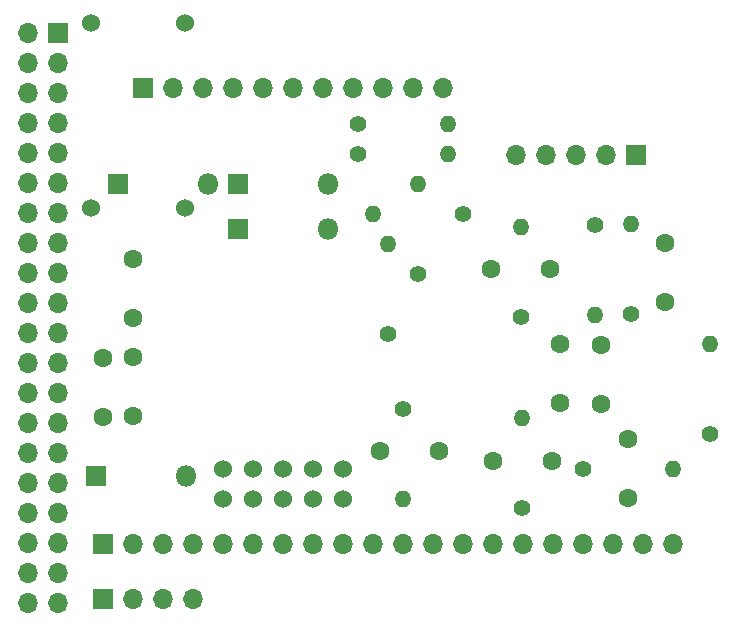
<source format=gbr>
%TF.GenerationSoftware,KiCad,Pcbnew,5.1.5+dfsg1-2build2*%
%TF.CreationDate,2021-11-19T00:53:45-06:00*%
%TF.ProjectId,Audio_Dac_I2S,41756469-6f5f-4446-9163-5f4932532e6b,rev?*%
%TF.SameCoordinates,Original*%
%TF.FileFunction,Soldermask,Bot*%
%TF.FilePolarity,Negative*%
%FSLAX46Y46*%
G04 Gerber Fmt 4.6, Leading zero omitted, Abs format (unit mm)*
G04 Created by KiCad (PCBNEW 5.1.5+dfsg1-2build2) date 2021-11-19 00:53:45*
%MOMM*%
%LPD*%
G04 APERTURE LIST*
%ADD10O,1.700000X1.700000*%
%ADD11R,1.700000X1.700000*%
%ADD12O,1.400000X1.400000*%
%ADD13C,1.400000*%
%ADD14C,1.524000*%
%ADD15O,1.800000X1.800000*%
%ADD16R,1.800000X1.800000*%
%ADD17C,1.600000*%
G04 APERTURE END LIST*
D10*
%TO.C,PI_OUT1*%
X195554600Y-92349320D03*
X193014600Y-92349320D03*
X190474600Y-92349320D03*
D11*
X187934600Y-92349320D03*
%TD*%
D10*
%TO.C,J2*%
X216715340Y-49072800D03*
X214175340Y-49072800D03*
X211635340Y-49072800D03*
X209095340Y-49072800D03*
X206555340Y-49072800D03*
X204015340Y-49072800D03*
X201475340Y-49072800D03*
X198935340Y-49072800D03*
X196395340Y-49072800D03*
X193855340Y-49072800D03*
D11*
X191315340Y-49072800D03*
%TD*%
D10*
%TO.C,DBG1*%
X222862140Y-54772560D03*
X225402140Y-54772560D03*
X227942140Y-54772560D03*
X230482140Y-54772560D03*
D11*
X233022140Y-54772560D03*
%TD*%
D12*
%TO.C,R13*%
X239306000Y-70739000D03*
D13*
X239306000Y-78359000D03*
%TD*%
D12*
%TO.C,10k*%
X232590000Y-60610000D03*
D13*
X232590000Y-68230000D03*
%TD*%
D12*
%TO.C,R11*%
X236220000Y-81280000D03*
D13*
X228600000Y-81280000D03*
%TD*%
D12*
%TO.C,10k*%
X229600000Y-68280000D03*
D13*
X229600000Y-60660000D03*
%TD*%
D12*
%TO.C,R9*%
X223370000Y-76990000D03*
D13*
X223370000Y-84610000D03*
%TD*%
D12*
%TO.C,267k*%
X223340000Y-60840000D03*
D13*
X223340000Y-68460000D03*
%TD*%
D12*
%TO.C,R7*%
X214630000Y-57150000D03*
D13*
X214630000Y-64770000D03*
%TD*%
D12*
%TO.C,R6*%
X217170000Y-54610000D03*
D13*
X209550000Y-54610000D03*
%TD*%
D12*
%TO.C,R4*%
X210820000Y-59690000D03*
D13*
X218440000Y-59690000D03*
%TD*%
D12*
%TO.C,R3*%
X212090000Y-62230000D03*
D13*
X212090000Y-69850000D03*
%TD*%
D12*
%TO.C,R2*%
X217170000Y-52070000D03*
D13*
X209550000Y-52070000D03*
%TD*%
D12*
%TO.C,R1*%
X213360000Y-83820000D03*
D13*
X213360000Y-76200000D03*
%TD*%
D14*
%TO.C,J14*%
X198120000Y-83820000D03*
X198120000Y-81280000D03*
X200660000Y-83820000D03*
X200660000Y-81280000D03*
X203200000Y-83820000D03*
X203200000Y-81280000D03*
X205740000Y-83820000D03*
X205740000Y-81280000D03*
X208280000Y-83820000D03*
X208280000Y-81280000D03*
%TD*%
D10*
%TO.C,J3*%
X236220000Y-87630000D03*
X233680000Y-87630000D03*
X231140000Y-87630000D03*
X228600000Y-87630000D03*
X226060000Y-87630000D03*
X223520000Y-87630000D03*
X220980000Y-87630000D03*
X218440000Y-87630000D03*
X215900000Y-87630000D03*
X213360000Y-87630000D03*
X210820000Y-87630000D03*
X208280000Y-87630000D03*
X205740000Y-87630000D03*
X203200000Y-87630000D03*
X200660000Y-87630000D03*
X198120000Y-87630000D03*
X195580000Y-87630000D03*
X193040000Y-87630000D03*
X190500000Y-87630000D03*
D11*
X187960000Y-87630000D03*
%TD*%
D10*
%TO.C,J1*%
X181540000Y-92660000D03*
X184080000Y-92660000D03*
X181540000Y-74880000D03*
X184080000Y-74880000D03*
X181540000Y-69800000D03*
X184080000Y-69800000D03*
X181540000Y-79960000D03*
X184080000Y-79960000D03*
X181540000Y-52020000D03*
X184080000Y-52020000D03*
X181540000Y-82500000D03*
X184080000Y-82500000D03*
X181540000Y-64720000D03*
X184080000Y-64720000D03*
X181540000Y-87580000D03*
X184080000Y-87580000D03*
X181540000Y-85040000D03*
X184080000Y-85040000D03*
X181540000Y-90120000D03*
X184080000Y-90120000D03*
X181540000Y-67260000D03*
X184080000Y-67260000D03*
X181540000Y-54560000D03*
X184080000Y-54560000D03*
X181540000Y-59640000D03*
X184080000Y-59640000D03*
X181540000Y-77420000D03*
X184080000Y-77420000D03*
X181540000Y-57100000D03*
X184080000Y-57100000D03*
X181540000Y-72340000D03*
X184080000Y-72340000D03*
D11*
X184080000Y-44400000D03*
D10*
X181540000Y-44400000D03*
X184080000Y-49480000D03*
X181540000Y-46940000D03*
X181540000Y-62180000D03*
X184080000Y-62180000D03*
X184080000Y-46940000D03*
X181540000Y-49480000D03*
%TD*%
D15*
%TO.C,D4*%
X194945000Y-81915000D03*
D16*
X187325000Y-81915000D03*
%TD*%
%TO.C,D3*%
X189230000Y-57150000D03*
D15*
X196850000Y-57150000D03*
%TD*%
%TO.C,D2*%
X207010000Y-57150000D03*
D16*
X199390000Y-57150000D03*
%TD*%
D15*
%TO.C,D1*%
X207010000Y-60960000D03*
D16*
X199390000Y-60960000D03*
%TD*%
D14*
%TO.C,clk1*%
X186894200Y-43587080D03*
X186894200Y-59187080D03*
X194894200Y-59187080D03*
X194894200Y-43587080D03*
%TD*%
D17*
%TO.C,C10*%
X190500000Y-71835000D03*
X190500000Y-76835000D03*
%TD*%
%TO.C,C9*%
X187960000Y-71940000D03*
X187960000Y-76940000D03*
%TD*%
%TO.C,C8*%
X216353400Y-79832200D03*
X211353400Y-79832200D03*
%TD*%
%TO.C,C7*%
X232410000Y-78740000D03*
X232410000Y-83740000D03*
%TD*%
%TO.C,C6*%
X235520000Y-62150000D03*
X235520000Y-67150000D03*
%TD*%
%TO.C,C5*%
X230110000Y-75810000D03*
X230110000Y-70810000D03*
%TD*%
%TO.C,C4*%
X220910000Y-80680000D03*
X225910000Y-80680000D03*
%TD*%
%TO.C,C3*%
X226610000Y-75710000D03*
X226610000Y-70710000D03*
%TD*%
%TO.C,C2*%
X220780000Y-64410000D03*
X225780000Y-64410000D03*
%TD*%
%TO.C,C1*%
X190500000Y-63500000D03*
X190500000Y-68500000D03*
%TD*%
M02*

</source>
